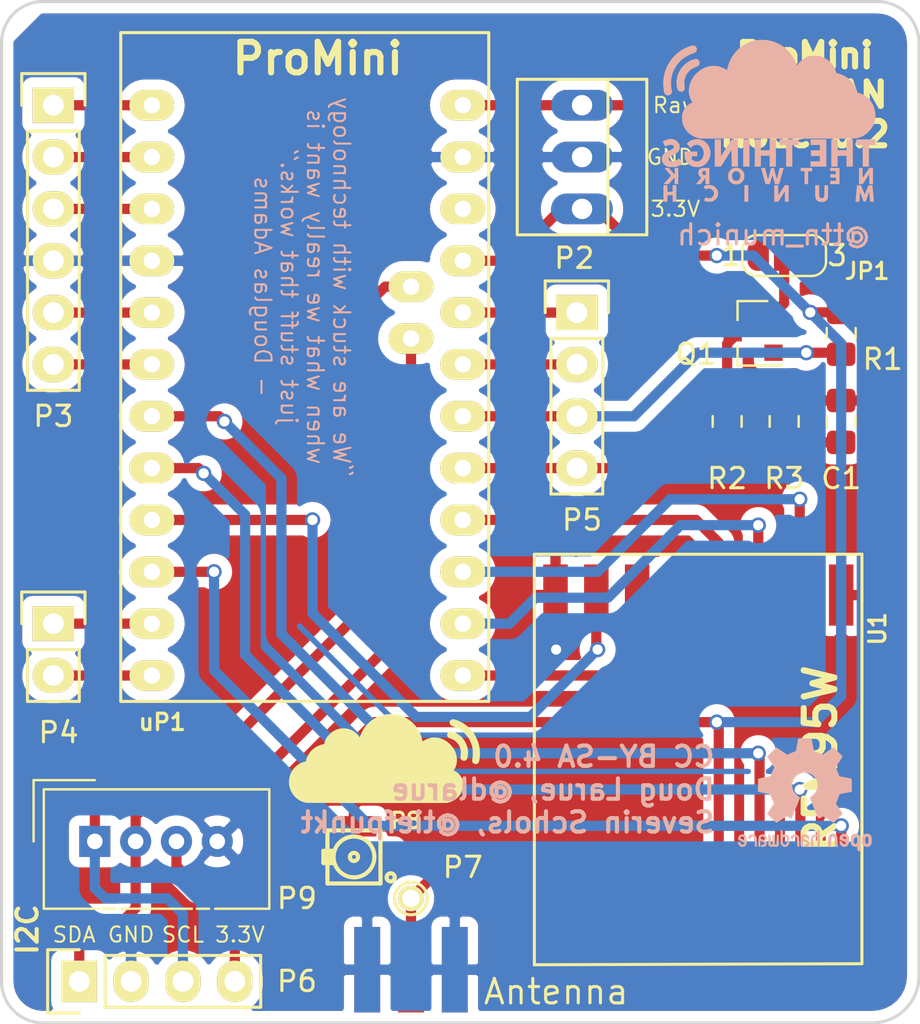
<source format=kicad_pcb>
(kicad_pcb (version 20171130) (host pcbnew "(5.1.4-0-10_14)")
  (layers (0 F.Cu signal) (31 B.Cu signal) (34 B.Paste user) (35 F.Paste user) (36 B.SilkS user) (37 F.SilkS user) (38 B.Mask user) (39 F.Mask user) (44 Edge.Cuts user))
  (net 0 "")
  (net 1 GND)
  (net 2 MISO)
  (net 3 MOSI)
  (net 4 CLK)
  (net 5 D10)
  (net 6 "Net-(U1-Pad6)")
  (net 7 D6)
  (net 8 "Net-(U1-Pad11)")
  (net 9 "Net-(U1-Pad12)")
  (net 10 +3V3)
  (net 11 D4)
  (net 12 D5)
  (net 13 D7)
  (net 14 "Net-(uP1-Pad22)")
  (net 15 Ant)
  (net 16 TX0)
  (net 17 RX1)
  (net 18 RESET)
  (net 19 D2)
  (net 20 D3)
  (net 21 D8)
  (net 22 D9)
  (net 23 A0)
  (net 24 A1)
  (net 25 A2)
  (net 26 A3)
  (net 27 SDA)
  (net 28 SCL)
  (net 29 "Net-(JP1-Pad2)")
  (net 30 VCC)
  (net 31 "Net-(Q1-Pad3)")
  (module logos:ttn_muc_logo_small (layer B.Cu) (at 178.562 105.664 180)
    (fp_text reference G*** hide)
    (fp_text value LOGO hide)
  )
  (module logos:ttn_cloud (layer F.Cu) (at 159.766 136.906)
    (fp_text reference G*** hide)
    (fp_text value LOGO hide)
  )
  (module Symbol:OSHW-Logo2_7.3x6mm_SilkScreen (layer B.Cu) (at 180.34 138.684 180)
    (fp_text reference REF** hide)
    (fp_text value OSHW-Logo2_7.3x6mm_SilkScreen hide)
  )
  (module Resistor_SMD:R_0805_2012Metric_Pad1.15x1.40mm_HandSolder (layer F.Cu) (at 179.324 120.396 90)
    (fp_text reference R3 (at -2.794 0 180) (layer F.SilkS))
    (fp_text value R hide)
    (pad 2 smd roundrect (at 1.025 0 90) (size 1.15 1.4) (layers F.Cu F.Paste F.Mask) (roundrect_rratio 0.217391) (net 1 GND))
    (pad 1 smd roundrect (at -1.025 0 90) (size 1.15 1.4) (layers F.Cu F.Paste F.Mask) (roundrect_rratio 0.217391) (net 23 A0))
  )
  (module Resistor_SMD:R_0805_2012Metric_Pad1.15x1.40mm_HandSolder (layer F.Cu) (at 176.53 120.396 270)
    (fp_text reference R2 (at 2.794 0) (layer F.SilkS))
    (fp_text value R hide)
    (pad 2 smd roundrect (at 1.025 0 270) (size 1.15 1.4) (layers F.Cu F.Paste F.Mask) (roundrect_rratio 0.217391) (net 23 A0))
    (pad 1 smd roundrect (at -1.025 0 270) (size 1.15 1.4) (layers F.Cu F.Paste F.Mask) (roundrect_rratio 0.217391) (net 31 "Net-(Q1-Pad3)"))
  )
  (module Resistor_SMD:R_0805_2012Metric_Pad1.15x1.40mm_HandSolder (layer F.Cu) (at 182.118 116.078 270)
    (fp_text reference R1 (at 1.27 -2.032) (layer F.SilkS))
    (fp_text value 100k hide)
    (pad 2 smd roundrect (at 1.025 0 270) (size 1.15 1.4) (layers F.Cu F.Paste F.Mask) (roundrect_rratio 0.217391) (net 24 A1))
    (pad 1 smd roundrect (at -1.025 0 270) (size 1.15 1.4) (layers F.Cu F.Paste F.Mask) (roundrect_rratio 0.217391) (net 10 +3V3))
  )
  (module Package_TO_SOT_SMD:SOT-23 (layer F.Cu) (at 177.8 116.078 180)
    (fp_text reference Q1 (at 2.794 -1.016 180) (layer F.SilkS))
    (fp_text value BSS84 hide)
    (pad 3 smd rect (at 1 0 180) (size 0.9 0.8) (layers F.Cu F.Paste F.Mask) (net 31 "Net-(Q1-Pad3)"))
    (pad 2 smd rect (at -1 0.95 180) (size 0.9 0.8) (layers F.Cu F.Paste F.Mask) (net 29 "Net-(JP1-Pad2)"))
    (pad 1 smd rect (at -1 -0.95 180) (size 0.9 0.8) (layers F.Cu F.Paste F.Mask) (net 24 A1))
  )
  (module Jumper:SolderJumper-3_P1.3mm_Open_RoundedPad1.0x1.5mm_NumberLabels (layer F.Cu) (at 179.324 112.268)
    (fp_text reference JP1 (at 4.064 0.762) (layer F.SilkS) (effects (font (size 0.8 0.8))))
    (fp_text value "Voltage Measurement" hide)
    (fp_text user 1 (at -2.6 0) (layer F.SilkS))
    (fp_text user 3 (at 2.6 0) (layer F.SilkS))
    (pad 2 smd rect (at 0 0) (size 1 1.5) (layers F.Cu F.Mask) (net 29 "Net-(JP1-Pad2)"))
    (pad 3 smd custom (at 1.3 0) (size 1 0.5) (layers F.Cu F.Mask) (net 30 VCC) (options (clearance outline) (anchor rect)) (primitives (gr_circle (center 0 0.25) (end 0.5 0.25) (width 0)) (gr_circle (center 0 -0.25) (end 0.5 -0.25) (width 0)) (gr_poly (pts (xy -0.55 -0.75) (xy 0 -0.75) (xy 0 0.75) (xy -0.55 0.75)) (width 0))))
    (pad 1 smd custom (at -1.3 0) (size 1 0.5) (layers F.Cu F.Mask) (net 10 +3V3) (options (clearance outline) (anchor rect)) (primitives (gr_circle (center 0 0.25) (end 0.5 0.25) (width 0)) (gr_circle (center 0 -0.25) (end 0.5 -0.25) (width 0)) (gr_poly (pts (xy 0.55 -0.75) (xy 0 -0.75) (xy 0 0.75) (xy 0.55 0.75)) (width 0))))
  )
  (module Capacitor_SMD:C_0805_2012Metric_Pad1.15x1.40mm_HandSolder (layer F.Cu) (at 182.118 120.396 90)
    (fp_text reference C1 (at -2.794 0 180) (layer F.SilkS))
    (fp_text value C hide)
    (pad 2 smd roundrect (at 1.025 0 90) (size 1.15 1.4) (layers F.Cu F.Paste F.Mask) (roundrect_rratio 0.217391) (net 1 GND))
    (pad 1 smd roundrect (at -1.025 0 90) (size 1.15 1.4) (layers F.Cu F.Paste F.Mask) (roundrect_rratio 0.217391) (net 23 A0))
  )
  (module Connector:NS-Tech_Grove_1x04_P2mm_Vertical (layer F.Cu) (at 145.542 140.97 90)
    (fp_text reference P9 (at -2.794 9.906 180) (layer F.SilkS))
    (fp_text value CONN_4 hide)
    (pad 4 thru_hole circle (at 0 6 90) (size 1.524 1.524) (drill 0.762) (layers *.Cu *.Mask) (net 1 GND))
    (pad 3 thru_hole circle (at 0 4 90) (size 1.524 1.524) (drill 0.762) (layers *.Cu *.Mask) (net 10 +3V3))
    (pad 2 thru_hole circle (at 0 2 90) (size 1.524 1.524) (drill 0.762) (layers *.Cu *.Mask) (net 27 SDA))
    (pad 1 thru_hole rect (at 0 0 90) (size 1.524 1.524) (drill 0.762) (layers *.Cu *.Mask) (net 28 SCL))
  )
  (module mysensors_connectors:SMA_EDGE (layer F.Cu) (at 161.036 149.352)
    (fp_text reference P1 hide)
    (fp_text value Antenna (at 7.112 -1.016 180) (layer F.SilkS) (effects (font (size 1.2 1.2))))
    (pad 2 smd rect (at -2.1463 -2.0955) (size 1.27 4.191) (layers F.Cu F.Paste F.Mask) (net 1 GND))
    (pad 2 smd rect (at 2.1463 -2.0955) (size 1.27 4.191) (layers F.Cu F.Paste F.Mask) (net 1 GND))
    (pad 1 smd rect (at 0 -1.8415) (size 1.27 3.683) (layers F.Cu F.Paste F.Mask) (net 15 Ant))
    (pad 2 smd rect (at -2.1463 -2.0955) (size 1.27 4.191) (layers B.Cu B.Paste B.Mask) (net 1 GND))
    (pad 2 smd rect (at 2.1463 -2.0955) (size 1.27 4.191) (layers B.Cu B.Paste B.Mask) (net 1 GND))
  )
  (module "antenna parts:U.FL-COAX" (layer F.Cu) (at 158.242 141.732 180)
    (fp_text reference P8 (at -2.54 1.778 180) (layer F.SilkS) (effects (font (size 0.762 0.762) (thickness 0.1524))))
    (fp_text value Ant_uFL hide)
    (pad 3 smd rect (at 0 1.5 180) (size 2.2 1) (layers F.Cu F.Paste F.Mask) (net 1 GND))
    (pad 2 smd rect (at 0 -1.5 180) (size 2.2 1) (layers F.Cu F.Paste F.Mask) (net 1 GND))
    (pad 1 smd rect (at -1.5 0 180) (size 1 1) (layers F.Cu F.Paste F.Mask) (net 15 Ant))
  )
  (module Connect:PINTST (layer F.Cu) (at 161.036 143.764 90)
    (fp_text reference P7 (at 1.524 2.54 180) (layer F.SilkS))
    (fp_text value Ant)
    (pad 1 thru_hole circle (at 0 0 90) (size 1.253 1.253) (drill 0.85) (layers *.Cu *.Mask F.SilkS) (net 15 Ant))
  )
  (module Pin_Headers:Pin_Header_Straight_1x02 (layer F.Cu) (at 143.51 130.302)
    (fp_text reference P4 (at 0.254 5.334) (layer F.SilkS))
    (fp_text value CONN_2 hide)
    (pad 1 thru_hole rect (at 0 0) (size 2.032 1.7) (drill 1.016) (layers *.Cu *.Mask F.SilkS) (net 21 D8))
    (pad 2 thru_hole oval (at 0 2.54) (size 2.032 1.7) (drill 1.016) (layers *.Cu *.Mask F.SilkS) (net 22 D9))
  )
  (module Connect:PINHEAD1-3 (layer F.Cu) (at 169.418 107.442 270)
    (fp_text reference P2 (at 4.953 0.381) (layer F.SilkS))
    (fp_text value "Power Input")
    (pad 1 thru_hole oval (at -2.54 0 270) (size 1.50622 3.01498) (drill 0.99822) (layers *.Cu *.Mask) (net 30 VCC))
    (pad 2 thru_hole oval (at 0 0 270) (size 1.50622 3.01498) (drill 0.99822) (layers *.Cu *.Mask) (net 1 GND))
    (pad 3 thru_hole oval (at 2.54 0 270) (size 1.50622 3.01498) (drill 0.99822) (layers *.Cu *.Mask) (net 10 +3V3))
  )
  (module Pin_Headers:Pin_Header_Straight_1x06 (layer F.Cu) (at 143.51 104.902)
    (fp_text reference P3 (at 0 15.24) (layer F.SilkS))
    (fp_text value CONN_1 hide)
    (pad 1 thru_hole rect (at 0 0) (size 2.032 1.7272) (drill 1.016) (layers *.Cu *.Mask F.SilkS) (net 16 TX0))
    (pad 2 thru_hole oval (at 0 2.54) (size 2.032 1.7272) (drill 1.016) (layers *.Cu *.Mask F.SilkS) (net 17 RX1))
    (pad 3 thru_hole oval (at 0 5.08) (size 2.032 1.7272) (drill 1.016) (layers *.Cu *.Mask F.SilkS) (net 18 RESET))
    (pad 4 thru_hole oval (at 0 7.62) (size 2.032 1.7272) (drill 1.016) (layers *.Cu *.Mask F.SilkS) (net 1 GND))
    (pad 5 thru_hole oval (at 0 10.16) (size 2.032 1.7272) (drill 1.016) (layers *.Cu *.Mask F.SilkS) (net 19 D2))
    (pad 6 thru_hole oval (at 0 12.7) (size 2.032 1.7272) (drill 1.016) (layers *.Cu *.Mask F.SilkS) (net 20 D3))
  )
  (module Pin_Headers:Pin_Header_Straight_1x04 (layer F.Cu) (at 169.164 115.062)
    (fp_text reference P5 (at 0.254 10.16) (layer F.SilkS))
    (fp_text value CONN_3 hide)
    (pad 1 thru_hole rect (at 0 0) (size 2.032 1.7272) (drill 1.016) (layers *.Cu *.Mask F.SilkS) (net 26 A3))
    (pad 2 thru_hole oval (at 0 2.54) (size 2.032 1.7272) (drill 1.016) (layers *.Cu *.Mask F.SilkS) (net 25 A2))
    (pad 3 thru_hole oval (at 0 5.08) (size 2.032 1.7272) (drill 1.016) (layers *.Cu *.Mask F.SilkS) (net 24 A1))
    (pad 4 thru_hole oval (at 0 7.62) (size 2.032 1.7272) (drill 1.016) (layers *.Cu *.Mask F.SilkS) (net 23 A0))
  )
  (module mysensors_radios:RFM69HW_SMD_Handsoldering-Narrow (layer F.Cu) (at 182.118 130.302 270)
    (fp_text reference U1 (at 0.254 -1.778 270) (layer F.SilkS) (effects (font (size 0.8 0.8) (thickness 0.16))))
    (fp_text value RFM95HW hide)
    (pad 1 smd rect (at -1.4 0 270) (size 3 1.2) (layers F.Cu F.Paste F.Mask) (net 1 GND))
    (pad 2 smd rect (at -1.4 2 270) (size 3 1.2) (layers F.Cu F.Paste F.Mask) (net 2 MISO))
    (pad 3 smd rect (at -1.4 4 270) (size 3 1.2) (layers F.Cu F.Paste F.Mask) (net 3 MOSI))
    (pad 4 smd rect (at -1.4 6 270) (size 3 1.2) (layers F.Cu F.Paste F.Mask) (net 4 CLK))
    (pad 5 smd rect (at -1.4 8 270) (size 3 1.2) (layers F.Cu F.Paste F.Mask) (net 5 D10))
    (pad 6 smd rect (at -1.4 10 270) (size 3 1.2) (layers F.Cu F.Paste F.Mask) (net 6 "Net-(U1-Pad6)"))
    (pad 7 smd rect (at -1.4 12 270) (size 3 1.2) (layers F.Cu F.Paste F.Mask) (net 7 D6))
    (pad 8 smd rect (at -1.4 14 270) (size 3 1.2) (layers F.Cu F.Paste F.Mask) (net 1 GND))
    (pad 9 smd rect (at 14.6932 14 270) (size 3 1.2) (layers F.Cu F.Paste F.Mask) (net 15 Ant))
    (pad 10 smd rect (at 14.6932 12 270) (size 3 1.2) (layers F.Cu F.Paste F.Mask) (net 1 GND))
    (pad 11 smd rect (at 14.6932 10 270) (size 3 1.2) (layers F.Cu F.Paste F.Mask) (net 8 "Net-(U1-Pad11)"))
    (pad 12 smd rect (at 14.6932 8 270) (size 3 1.2) (layers F.Cu F.Paste F.Mask) (net 9 "Net-(U1-Pad12)"))
    (pad 13 smd rect (at 14.6932 6 270) (size 3 1.2) (layers F.Cu F.Paste F.Mask) (net 10 +3V3))
    (pad 14 smd rect (at 14.6932 4 270) (size 3 1.2) (layers F.Cu F.Paste F.Mask) (net 11 D4))
    (pad 15 smd rect (at 14.6932 2 270) (size 3 1.2) (layers F.Cu F.Paste F.Mask) (net 12 D5))
    (pad 16 smd rect (at 14.6932 0 270) (size 3 1.2) (layers F.Cu F.Paste F.Mask) (net 13 D7))
  )
  (module Pin_Headers:Pin_Header_Straight_1x04 (layer F.Cu) (at 144.78 147.828 90)
    (fp_text reference P6 (at 0 10.668 180) (layer F.SilkS))
    (fp_text value CONN_4 hide)
    (pad 1 thru_hole rect (at 0 0 90) (size 2.032 1.7272) (drill 1.016) (layers *.Cu *.Mask F.SilkS) (net 27 SDA))
    (pad 2 thru_hole oval (at 0 2.54 90) (size 2.032 1.7272) (drill 1.016) (layers *.Cu *.Mask F.SilkS) (net 1 GND))
    (pad 3 thru_hole oval (at 0 5.08 90) (size 2.032 1.7272) (drill 1.016) (layers *.Cu *.Mask F.SilkS) (net 28 SCL))
    (pad 4 thru_hole oval (at 0 7.62 90) (size 2.032 1.7272) (drill 1.016) (layers *.Cu *.Mask F.SilkS) (net 10 +3V3))
  )
  (module mysensors_arduino:pro_mini-26 (layer F.Cu) (at 155.956 118.872 270)
    (fp_text reference uP1 (at 16.256 7.112) (layer F.SilkS) (effects (font (size 0.8 0.8) (thickness 0.16))))
    (fp_text value ARDUPROMINI-6-2 hide)
    (pad 1 thru_hole oval (at -13.97 7.62 270) (size 1.50114 2.19964) (drill 0.8001) (layers *.Cu *.Mask F.SilkS) (net 16 TX0))
    (pad 2 thru_hole oval (at -11.43 7.62 270) (size 1.50114 2.19964) (drill 0.8001) (layers *.Cu *.Mask F.SilkS) (net 17 RX1))
    (pad 3 thru_hole oval (at -8.89 7.62 270) (size 1.50114 2.19964) (drill 0.8001) (layers *.Cu *.Mask F.SilkS) (net 18 RESET))
    (pad 4 thru_hole oval (at -6.35 7.62 270) (size 1.50114 2.19964) (drill 0.8001) (layers *.Cu *.Mask F.SilkS) (net 1 GND))
    (pad 5 thru_hole oval (at -3.81 7.62 270) (size 1.50114 2.19964) (drill 0.8001) (layers *.Cu *.Mask F.SilkS) (net 19 D2))
    (pad 6 thru_hole oval (at -1.27 7.62 270) (size 1.50114 2.19964) (drill 0.8001) (layers *.Cu *.Mask F.SilkS) (net 20 D3))
    (pad 7 thru_hole oval (at 1.27 7.62 270) (size 1.50114 2.19964) (drill 0.8001) (layers *.Cu *.Mask F.SilkS) (net 11 D4))
    (pad 8 thru_hole oval (at 3.81 7.62 270) (size 1.50114 2.19964) (drill 0.8001) (layers *.Cu *.Mask F.SilkS) (net 12 D5))
    (pad 9 thru_hole oval (at 6.35 7.62 270) (size 1.50114 2.19964) (drill 0.8001) (layers *.Cu *.Mask F.SilkS) (net 7 D6))
    (pad 10 thru_hole oval (at 8.89 7.62 270) (size 1.50114 2.19964) (drill 0.8001) (layers *.Cu *.Mask F.SilkS) (net 13 D7))
    (pad 11 thru_hole oval (at 11.43 7.62 270) (size 1.50114 2.19964) (drill 0.8001) (layers *.Cu *.Mask F.SilkS) (net 21 D8))
    (pad 12 thru_hole oval (at 13.97 7.62 270) (size 1.50114 2.19964) (drill 0.8001) (layers *.Cu *.Mask F.SilkS) (net 22 D9))
    (pad 13 thru_hole oval (at 13.97 -7.62 270) (size 1.50114 2.19964) (drill 0.8001) (layers *.Cu *.Mask F.SilkS) (net 5 D10))
    (pad 14 thru_hole oval (at 11.43 -7.62 270) (size 1.50114 2.19964) (drill 0.8001) (layers *.Cu *.Mask F.SilkS) (net 3 MOSI))
    (pad 15 thru_hole oval (at 8.89 -7.62 270) (size 1.50114 2.19964) (drill 0.8001) (layers *.Cu *.Mask F.SilkS) (net 2 MISO))
    (pad 16 thru_hole oval (at 6.35 -7.62 270) (size 1.50114 2.19964) (drill 0.8001) (layers *.Cu *.Mask F.SilkS) (net 4 CLK))
    (pad 17 thru_hole oval (at 3.81 -7.62 270) (size 1.50114 2.19964) (drill 0.8001) (layers *.Cu *.Mask F.SilkS) (net 23 A0))
    (pad 18 thru_hole oval (at 1.27 -7.62 270) (size 1.50114 2.19964) (drill 0.8001) (layers *.Cu *.Mask F.SilkS) (net 24 A1))
    (pad 19 thru_hole oval (at -1.27 -7.62 270) (size 1.50114 2.19964) (drill 0.8001) (layers *.Cu *.Mask F.SilkS) (net 25 A2))
    (pad 20 thru_hole oval (at -3.81 -7.62 270) (size 1.50114 2.19964) (drill 0.8001) (layers *.Cu *.Mask F.SilkS) (net 26 A3))
    (pad 21 thru_hole oval (at -6.35 -7.62 270) (size 1.50114 2.19964) (drill 0.8001) (layers *.Cu *.Mask F.SilkS) (net 10 +3V3))
    (pad 22 thru_hole oval (at -8.89 -7.62 270) (size 1.50114 2.19964) (drill 0.8001) (layers *.Cu *.Mask F.SilkS) (net 14 "Net-(uP1-Pad22)"))
    (pad 23 thru_hole oval (at -11.43 -7.62 270) (size 1.50114 2.19964) (drill 0.8001) (layers *.Cu *.Mask F.SilkS) (net 1 GND))
    (pad 24 thru_hole oval (at -13.97 -7.62 270) (size 1.50114 2.19964) (drill 0.8001) (layers *.Cu *.Mask F.SilkS) (net 30 VCC))
    (pad 25 thru_hole oval (at -2.54 -5.08 270) (size 1.50114 2.19964) (drill 0.8001) (layers *.Cu *.Mask F.SilkS) (net 27 SDA))
    (pad 26 thru_hole oval (at -5.08 -5.08 270) (size 1.50114 2.19964) (drill 0.8001) (layers *.Cu *.Mask F.SilkS) (net 28 SCL))
  )
  (gr_text "“We are stuck with technology\nwhen what we really want is\njust stuff that works.”\n- Douglas Adams" (at 155.702 113.792 270) (layer B.SilkS) (effects (font (size 0.8 0.8) (thickness 0.1)) (justify mirror)))
  (gr_text @ttn_munich (at 178.816 111.252) (layer B.SilkS) (effects (font (size 1 1)) (justify mirror)))
  (gr_text "CC BY-SA 4.0\nDoug Larue, @dlarue\nSeverin Schols, @tiefpunkt" (at 176.022 138.43) (layer B.SilkS) (effects (font (size 1 1) (thickness 0.2)) (justify left mirror)))
  (gr_line (start 143.002 99.822) (end 183.896 99.822) (angle 90) (layer Edge.Cuts) (width 0.15))
  (gr_line (start 143.002 149.86) (end 183.642 149.86) (angle 90) (layer Edge.Cuts) (width 0.15))
  (gr_arc (start 183.896 101.854) (end 183.896 99.822) (angle 90) (layer Edge.Cuts) (width 0.15))
  (gr_arc (start 143.002 101.854) (end 140.97 101.854) (angle 90) (layer Edge.Cuts) (width 0.15))
  (gr_arc (start 143.002 147.828) (end 143.002 149.86) (angle 90) (layer Edge.Cuts) (width 0.15))
  (gr_arc (start 183.642 147.574) (end 185.928 147.574) (angle 90) (layer Edge.Cuts) (width 0.15))
  (gr_line (start 185.928 101.854) (end 185.928 147.574) (angle 90) (layer Edge.Cuts) (width 0.15))
  (gr_line (start 140.97 147.828) (end 140.97 101.854) (angle 90) (layer Edge.Cuts) (width 0.15))
  (gr_text I2C (at 142.24 145.288 90) (layer F.SilkS) (effects (font (size 1 1) (thickness 0.2))))
  (gr_text ProMini (at 156.464 102.616) (layer F.SilkS) (effects (font (size 1.5 1.5) (thickness 0.3))))
  (gr_text SCL (at 149.86 145.542) (layer F.SilkS) (effects (font (size 0.75 0.75) (thickness 0.1))))
  (gr_text SDA (at 144.526 145.542) (layer F.SilkS) (effects (font (size 0.75 0.75) (thickness 0.1))))
  (gr_text Raw (at 173.99 104.902) (layer F.SilkS) (effects (font (size 0.75 0.75) (thickness 0.1))))
  (gr_text GND (at 147.32 145.542) (layer F.SilkS) (effects (font (size 0.75 0.75) (thickness 0.1))))
  (gr_text GND (at 173.736 107.442) (layer F.SilkS) (effects (font (size 0.75 0.75) (thickness 0.1))))
  (gr_text 3.3V (at 152.654 145.542) (layer F.SilkS) (effects (font (size 0.75 0.75) (thickness 0.1))))
  (gr_text 3.3V (at 173.99 109.982) (layer F.SilkS) (effects (font (size 0.75 0.75) (thickness 0.1))))
  (gr_text "ProMini\nLoRaWAN\nNode 0.2" (at 180.34 104.394) (layer F.SilkS) (effects (font (size 1.2 1.2) (thickness 0.3))))
  (gr_text RFM95W (at 181.102 136.906 90) (layer F.SilkS) (effects (font (size 1.5 1.5) (thickness 0.3))))
  (segment (start 168.118 128.902) (end 168.118 131.542) (width 0.5) (layer F.Cu) (net 1))
  (via (at 168.148 131.572) (size 0.75) (drill 0.5) (layers F.Cu B.Cu) (net 1))
  (segment (start 165.862 127.762) (end 170.18 127.762) (width 0.5) (layer B.Cu) (net 2))
  (via (at 180.086 124.206) (size 0.75) (drill 0.5) (layers F.Cu B.Cu) (net 2))
  (segment (start 180.086 124.206) (end 173.736 124.206) (width 0.5) (layer B.Cu) (net 2))
  (segment (start 170.18 127.762) (end 173.736 124.206) (width 0.5) (layer B.Cu) (net 2))
  (segment (start 180.086 128.87) (end 180.118 128.902) (width 0.5) (layer F.Cu) (net 2))
  (segment (start 180.086 124.206) (end 180.086 128.87) (width 0.5) (layer F.Cu) (net 2))
  (segment (start 165.862 127.762) (end 163.576 127.762) (width 0.5) (layer B.Cu) (net 2))
  (segment (start 165.862 130.302) (end 167.132 129.032) (width 0.5) (layer B.Cu) (net 3))
  (via (at 178.054 125.476) (size 0.75) (drill 0.5) (layers F.Cu B.Cu) (net 3))
  (segment (start 167.132 129.032) (end 170.688 129.032) (width 0.5) (layer B.Cu) (net 3))
  (segment (start 178.054 128.838) (end 178.118 128.902) (width 0.5) (layer F.Cu) (net 3))
  (segment (start 178.054 125.476) (end 178.054 128.838) (width 0.5) (layer F.Cu) (net 3))
  (segment (start 178.054 125.476) (end 174.244 125.476) (width 0.5) (layer B.Cu) (net 3))
  (segment (start 170.688 129.032) (end 174.244 125.476) (width 0.5) (layer B.Cu) (net 3))
  (segment (start 165.862 130.302) (end 163.576 130.302) (width 0.5) (layer B.Cu) (net 3))
  (segment (start 163.576 125.222) (end 175.006 125.222) (width 0.5) (layer F.Cu) (net 4))
  (segment (start 176.118 126.334) (end 176.118 128.902) (width 0.5) (layer F.Cu) (net 4))
  (segment (start 175.006 125.222) (end 176.118 126.334) (width 0.5) (layer F.Cu) (net 4))
  (segment (start 163.576 132.842) (end 172.466 132.842) (width 0.5) (layer F.Cu) (net 5))
  (segment (start 173.99 131.318) (end 173.99 129.03) (width 0.5) (layer F.Cu) (net 5))
  (segment (start 172.466 132.842) (end 173.99 131.318) (width 0.5) (layer F.Cu) (net 5))
  (segment (start 173.99 129.03) (end 174.118 128.902) (width 0.5) (layer F.Cu) (net 5))
  (segment (start 156.972 130.556) (end 156.21 129.794) (width 0.5) (layer B.Cu) (net 7))
  (segment (start 156.972 130.556) (end 157.734 131.318) (width 0.5) (layer B.Cu) (net 7))
  (segment (start 170.118 128.902) (end 170.118 131.51) (width 0.5) (layer F.Cu) (net 7))
  (segment (start 170.18 131.572) (end 170.118 131.51) (width 0.5) (layer F.Cu) (net 7))
  (via (at 170.18 131.572) (size 0.75) (drill 0.5) (layers F.Cu B.Cu) (net 7))
  (segment (start 166.878 134.874) (end 170.18 131.572) (width 0.5) (layer B.Cu) (net 7))
  (segment (start 161.29 134.874) (end 166.878 134.874) (width 0.5) (layer B.Cu) (net 7))
  (segment (start 157.734 131.318) (end 161.29 134.874) (width 0.5) (layer B.Cu) (net 7))
  (segment (start 156.21 125.222) (end 148.336 125.222) (width 0.5) (layer F.Cu) (net 7))
  (via (at 156.21 125.222) (size 0.75) (drill 0.5) (layers F.Cu B.Cu) (net 7))
  (segment (start 156.21 129.794) (end 156.21 125.222) (width 0.5) (layer B.Cu) (net 7))
  (segment (start 176.118 144.9952) (end 176.118 135.224) (width 0.5) (layer F.Cu) (net 10))
  (segment (start 176.118 135.224) (end 176.022 135.128) (width 0.5) (layer F.Cu) (net 10))
  (segment (start 176.022 135.128) (end 159.258 135.128) (width 0.5) (layer F.Cu) (net 10))
  (segment (start 152.4 144.018) (end 152.4 147.828) (width 0.5) (layer F.Cu) (net 10))
  (segment (start 153.924 142.494) (end 153.162 143.256) (width 0.5) (layer F.Cu) (net 10))
  (segment (start 153.162 143.256) (end 152.4 144.018) (width 0.5) (layer F.Cu) (net 10))
  (segment (start 153.924 140.462) (end 153.924 142.494) (width 0.5) (layer F.Cu) (net 10))
  (segment (start 159.258 135.128) (end 153.924 140.462) (width 0.5) (layer F.Cu) (net 10))
  (via (at 176.022 135.128) (size 0.75) (drill 0.5) (layers F.Cu B.Cu) (net 10))
  (segment (start 163.576 112.522) (end 165.862 112.522) (width 0.5) (layer F.Cu) (net 10))
  (segment (start 165.862 112.522) (end 168.148 110.236) (width 0.5) (layer F.Cu) (net 10))
  (segment (start 168.148 110.236) (end 168.148 109.982) (width 0.5) (layer F.Cu) (net 10))
  (segment (start 153.162 143.256) (end 150.622 143.256) (width 0.5) (layer F.Cu) (net 10))
  (segment (start 149.542 142.176) (end 149.542 140.97) (width 0.5) (layer F.Cu) (net 10))
  (segment (start 150.622 143.256) (end 149.542 142.176) (width 0.5) (layer F.Cu) (net 10))
  (segment (start 176.022 112.268) (end 178.308 112.268) (width 0.5) (layer F.Cu) (net 10))
  (via (at 176.022 112.268) (size 0.75) (drill 0.5) (layers F.Cu B.Cu) (net 10))
  (segment (start 182.118 115.053) (end 180.603 115.053) (width 0.5) (layer F.Cu) (net 10))
  (via (at 180.603 115.053) (size 0.75) (drill 0.5) (layers F.Cu B.Cu) (net 10))
  (segment (start 177.818 112.268) (end 180.603 115.053) (width 0.5) (layer B.Cu) (net 10))
  (segment (start 176.022 112.268) (end 177.818 112.268) (width 0.5) (layer B.Cu) (net 10))
  (segment (start 182.118 133.858) (end 180.848 135.128) (width 0.5) (layer B.Cu) (net 10))
  (segment (start 180.848 135.128) (end 176.022 135.128) (width 0.5) (layer B.Cu) (net 10))
  (segment (start 180.603 115.053) (end 182.118 116.568) (width 0.5) (layer B.Cu) (net 10))
  (segment (start 182.118 116.568) (end 182.118 133.858) (width 0.5) (layer B.Cu) (net 10))
  (segment (start 170.17238 109.982) (end 172.45838 112.268) (width 0.5) (layer F.Cu) (net 10))
  (segment (start 169.418 109.982) (end 170.17238 109.982) (width 0.5) (layer F.Cu) (net 10))
  (segment (start 172.45838 112.268) (end 176.022 112.268) (width 0.5) (layer F.Cu) (net 10))
  (segment (start 155.702 131.826) (end 154.686 130.81) (width 0.5) (layer B.Cu) (net 11))
  (segment (start 160.528 136.652) (end 155.702 131.826) (width 0.5) (layer B.Cu) (net 11))
  (segment (start 148.336 120.142) (end 151.638 120.142) (width 0.5) (layer F.Cu) (net 11))
  (segment (start 178.118 136.716) (end 178.118 144.9952) (width 0.5) (layer F.Cu) (net 11))
  (segment (start 178.054 136.652) (end 178.118 136.716) (width 0.5) (layer F.Cu) (net 11))
  (via (at 178.054 136.652) (size 0.75) (drill 0.5) (layers F.Cu B.Cu) (net 11))
  (segment (start 164.846 136.652) (end 178.054 136.652) (width 0.5) (layer B.Cu) (net 11))
  (via (at 151.892 120.396) (size 0.75) (drill 0.5) (layers F.Cu B.Cu) (net 11))
  (segment (start 151.638 120.142) (end 151.892 120.396) (width 0.5) (layer F.Cu) (net 11))
  (segment (start 164.846 136.652) (end 160.528 136.652) (width 0.5) (layer B.Cu) (net 11))
  (segment (start 154.686 123.19) (end 151.892 120.396) (width 0.5) (layer B.Cu) (net 11))
  (segment (start 154.686 130.81) (end 154.686 123.19) (width 0.5) (layer B.Cu) (net 11))
  (segment (start 153.924 132.842) (end 152.908 131.826) (width 0.5) (layer B.Cu) (net 12))
  (segment (start 159.512 138.43) (end 153.924 132.842) (width 0.5) (layer B.Cu) (net 12))
  (segment (start 148.336 122.682) (end 150.622 122.682) (width 0.5) (layer F.Cu) (net 12))
  (segment (start 180.118 138.462) (end 180.118 144.9952) (width 0.5) (layer F.Cu) (net 12))
  (segment (start 180.086 138.43) (end 180.118 138.462) (width 0.5) (layer F.Cu) (net 12))
  (via (at 180.086 138.43) (size 0.75) (drill 0.5) (layers F.Cu B.Cu) (net 12))
  (segment (start 164.338 138.43) (end 180.086 138.43) (width 0.5) (layer B.Cu) (net 12))
  (via (at 150.876 122.936) (size 0.75) (drill 0.5) (layers F.Cu B.Cu) (net 12))
  (segment (start 150.622 122.682) (end 150.876 122.936) (width 0.5) (layer F.Cu) (net 12))
  (segment (start 164.338 138.43) (end 159.512 138.43) (width 0.5) (layer B.Cu) (net 12))
  (segment (start 152.908 124.968) (end 150.876 122.936) (width 0.5) (layer B.Cu) (net 12))
  (segment (start 152.908 131.826) (end 152.908 124.968) (width 0.5) (layer B.Cu) (net 12))
  (via (at 182.118 140.208) (size 0.75) (drill 0.5) (layers F.Cu B.Cu) (net 13))
  (segment (start 159.004 140.208) (end 151.384 132.588) (width 0.5) (layer B.Cu) (net 13))
  (segment (start 151.384 132.588) (end 151.384 127.762) (width 0.5) (layer B.Cu) (net 13))
  (segment (start 148.336 127.762) (end 151.384 127.762) (width 0.5) (layer F.Cu) (net 13))
  (segment (start 182.118 140.208) (end 182.118 144.9952) (width 0.5) (layer F.Cu) (net 13))
  (via (at 151.384 127.762) (size 0.75) (drill 0.5) (layers F.Cu B.Cu) (net 13))
  (segment (start 182.118 140.208) (end 159.004 140.208) (width 0.5) (layer B.Cu) (net 13))
  (segment (start 167.132 141.732) (end 168.118 142.718) (width 0.5) (layer F.Cu) (net 15))
  (segment (start 168.118 142.718) (end 168.118 144.9952) (width 0.5) (layer F.Cu) (net 15))
  (segment (start 168.118 144.9952) (end 168.118 142.718) (width 0.5) (layer F.Cu) (net 15))
  (segment (start 168.118 142.718) (end 167.132 141.732) (width 0.5) (layer F.Cu) (net 15))
  (segment (start 163.068 141.732) (end 167.132 141.732) (width 0.5) (layer F.Cu) (net 15))
  (segment (start 162.306 142.494) (end 163.068 141.732) (width 0.5) (layer F.Cu) (net 15))
  (segment (start 161.036 143.764) (end 162.306 142.494) (width 0.5) (layer F.Cu) (net 15))
  (segment (start 163.068 141.732) (end 159.742 141.732) (width 0.5) (layer F.Cu) (net 15))
  (segment (start 161.036 147.5105) (end 161.036 143.764) (width 0.5) (layer F.Cu) (net 15))
  (segment (start 143.51 104.902) (end 148.336 104.902) (width 0.5) (layer F.Cu) (net 16))
  (segment (start 143.51 107.442) (end 148.336 107.442) (width 0.5) (layer F.Cu) (net 17))
  (segment (start 143.51 109.982) (end 148.336 109.982) (width 0.5) (layer F.Cu) (net 18))
  (segment (start 143.51 115.062) (end 148.336 115.062) (width 0.5) (layer F.Cu) (net 19))
  (segment (start 143.51 117.602) (end 148.336 117.602) (width 0.5) (layer F.Cu) (net 20))
  (segment (start 143.51 130.302) (end 148.336 130.302) (width 0.5) (layer F.Cu) (net 21))
  (segment (start 143.51 132.842) (end 148.336 132.842) (width 0.5) (layer F.Cu) (net 22))
  (segment (start 169.164 122.682) (end 167.64 122.682) (width 0.5) (layer F.Cu) (net 23))
  (segment (start 167.64 122.682) (end 163.576 122.682) (width 0.5) (layer F.Cu) (net 23))
  (segment (start 176.53 121.421) (end 179.324 121.421) (width 0.5) (layer F.Cu) (net 23))
  (segment (start 175.269 122.682) (end 176.53 121.421) (width 0.5) (layer F.Cu) (net 23))
  (segment (start 169.164 122.682) (end 175.269 122.682) (width 0.5) (layer F.Cu) (net 23))
  (segment (start 179.324 121.421) (end 182.118 121.421) (width 0.5) (layer F.Cu) (net 23))
  (segment (start 169.164 120.142) (end 167.64 120.142) (width 0.5) (layer F.Cu) (net 24))
  (segment (start 167.64 120.142) (end 163.576 120.142) (width 0.5) (layer F.Cu) (net 24))
  (segment (start 182.043 117.028) (end 182.118 117.103) (width 0.5) (layer F.Cu) (net 24))
  (segment (start 178.8 117.028) (end 180.406 117.028) (width 0.5) (layer F.Cu) (net 24))
  (segment (start 180.406 117.028) (end 182.043 117.028) (width 0.5) (layer F.Cu) (net 24))
  (via (at 180.406 117.028) (size 0.75) (drill 0.5) (layers F.Cu B.Cu) (net 24))
  (segment (start 171.958 120.142) (end 169.164 120.142) (width 0.5) (layer B.Cu) (net 24))
  (segment (start 175.072 117.028) (end 171.958 120.142) (width 0.5) (layer B.Cu) (net 24))
  (segment (start 180.406 117.028) (end 175.072 117.028) (width 0.5) (layer B.Cu) (net 24))
  (segment (start 169.164 117.602) (end 167.64 117.602) (width 0.5) (layer F.Cu) (net 25))
  (segment (start 167.64 117.602) (end 163.576 117.602) (width 0.5) (layer F.Cu) (net 25))
  (segment (start 169.164 115.062) (end 167.64 115.062) (width 0.5) (layer F.Cu) (net 26))
  (segment (start 167.64 115.062) (end 163.576 115.062) (width 0.5) (layer F.Cu) (net 26))
  (segment (start 161.036 116.332) (end 161.036 130.302) (width 0.5) (layer F.Cu) (net 27))
  (segment (start 144.78 147.828) (end 144.78 146.558) (width 0.5) (layer F.Cu) (net 27))
  (segment (start 144.78 145.288) (end 144.78 146.558) (width 0.5) (layer F.Cu) (net 27))
  (segment (start 145.288 144.78) (end 144.78 145.288) (width 0.5) (layer F.Cu) (net 27))
  (segment (start 147.002 144.78) (end 145.288 144.78) (width 0.5) (layer F.Cu) (net 27))
  (segment (start 147.542 144.24) (end 147.002 144.78) (width 0.5) (layer F.Cu) (net 27))
  (segment (start 147.542 144.24) (end 147.542 140.97) (width 0.5) (layer F.Cu) (net 27))
  (segment (start 161.036 130.302) (end 152.4 138.938) (width 0.5) (layer F.Cu) (net 27))
  (segment (start 147.542 140.97) (end 147.542 139.732) (width 0.5) (layer F.Cu) (net 27))
  (segment (start 148.336 138.938) (end 152.4 138.938) (width 0.5) (layer F.Cu) (net 27))
  (segment (start 147.542 139.732) (end 148.336 138.938) (width 0.5) (layer F.Cu) (net 27))
  (segment (start 161.036 113.792) (end 159.766 113.792) (width 0.5) (layer F.Cu) (net 28))
  (segment (start 159.004 129.286) (end 150.876 137.414) (width 0.5) (layer F.Cu) (net 28))
  (segment (start 159.004 114.554) (end 159.004 129.286) (width 0.5) (layer F.Cu) (net 28))
  (segment (start 159.766 113.792) (end 159.004 114.554) (width 0.5) (layer F.Cu) (net 28))
  (segment (start 145.542 140.97) (end 145.542 139.192) (width 0.5) (layer F.Cu) (net 28))
  (segment (start 147.32 137.414) (end 150.876 137.414) (width 0.5) (layer F.Cu) (net 28))
  (segment (start 145.542 139.192) (end 147.32 137.414) (width 0.5) (layer F.Cu) (net 28))
  (segment (start 145.542 140.97) (end 145.542 143.256) (width 0.5) (layer B.Cu) (net 28))
  (segment (start 149.86 144.526) (end 149.86 147.828) (width 0.5) (layer B.Cu) (net 28))
  (segment (start 149.098 143.764) (end 149.86 144.526) (width 0.5) (layer B.Cu) (net 28))
  (segment (start 146.05 143.764) (end 149.098 143.764) (width 0.5) (layer B.Cu) (net 28))
  (segment (start 145.542 143.256) (end 146.05 143.764) (width 0.5) (layer B.Cu) (net 28))
  (segment (start 179.324 114.604) (end 178.8 115.128) (width 0.5) (layer F.Cu) (net 29))
  (segment (start 179.324 112.268) (end 179.324 114.604) (width 0.5) (layer F.Cu) (net 29))
  (segment (start 163.576 104.902) (end 168.148 104.902) (width 0.5) (layer F.Cu) (net 30))
  (segment (start 180.624 110.967998) (end 180.624 111.420408) (width 0.5) (layer F.Cu) (net 30))
  (segment (start 180.624 111.420408) (end 180.624 112.268) (width 0.5) (layer F.Cu) (net 30))
  (segment (start 174.498 109.982) (end 179.638002 109.982) (width 0.5) (layer F.Cu) (net 30))
  (segment (start 169.418 104.902) (end 172.212 104.902) (width 0.5) (layer F.Cu) (net 30))
  (segment (start 172.212 104.902) (end 173.736 106.426) (width 0.5) (layer F.Cu) (net 30))
  (segment (start 173.736 109.22) (end 174.498 109.982) (width 0.5) (layer F.Cu) (net 30))
  (segment (start 179.638002 109.982) (end 180.624 110.967998) (width 0.5) (layer F.Cu) (net 30))
  (segment (start 173.736 106.426) (end 173.736 109.22) (width 0.5) (layer F.Cu) (net 30))
  (segment (start 176.8 116.078) (end 176.8 116.316) (width 0.5) (layer F.Cu) (net 31))
  (segment (start 176.53 116.586) (end 176.53 119.371) (width 0.5) (layer F.Cu) (net 31))
  (segment (start 176.8 116.316) (end 176.53 116.586) (width 0.5) (layer F.Cu) (net 31))
  (zone (net 1) (net_name GND) (layer F.Cu) (connect_pads (clearance 0.508)) (min_thickness 0.254) (fill yes (arc_segments 32) (thermal_gap 0.508) (thermal_bridge_width 0.508))
    (polygon (pts (xy 185.928 147.574) (xy 185.928 101.854) (xy 184.15 99.822) (xy 143.51 99.822) (xy 140.97 102.362) (xy 140.97 147.828) (xy 143.002 149.86) (xy 184.15 149.86)))
  )
  (zone (net 1) (net_name GND) (layer B.Cu) (connect_pads (clearance 0.508)) (min_thickness 0.254) (fill yes (arc_segments 32) (thermal_gap 0.508) (thermal_bridge_width 0.508))
    (polygon (pts (xy 185.928 147.574) (xy 185.928 101.854) (xy 184.15 99.822) (xy 143.51 99.822) (xy 140.97 102.362) (xy 140.97 147.828) (xy 143.002 149.86) (xy 184.15 149.86)))
  )
)
</source>
